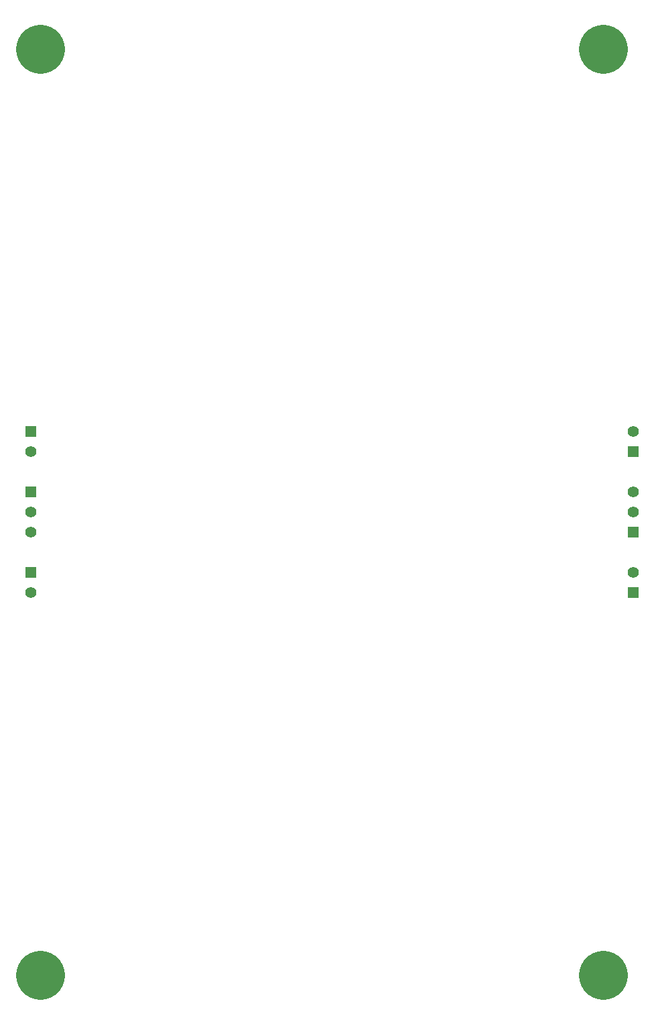
<source format=gbs>
G04 ( created by brdgerber.py ( brdgerber.py v0.1 2014-03-12 ) ) date 2020-10-08 04:24:01 EDT*
G04 Gerber Fmt 3.4, Leading zero omitted, Abs format*
%MOIN*%
%FSLAX34Y34*%
G01*
G70*
G90*
G04 APERTURE LIST*
%ADD11C,0.0550*%
%ADD12C,0.2440*%
%ADD10R,0.0550X0.0550*%
%ADD13R,0.0590X0.0354*%
%ADD14R,0.0629X0.0709*%
G04 APERTURE END LIST*
G54D11*
D10*
X01550Y-15000D03*
D11*
X01550Y-16000D03*
D10*
X31500Y-16000D03*
D11*
X31500Y-15000D03*
D12*
G01X02000Y-42000D02*
G01X02000Y-42000D01*
D10*
X31500Y-23000D03*
D11*
X31500Y-22000D03*
D10*
X31500Y-20000D03*
D11*
X31500Y-19000D03*
D11*
X31500Y-18000D03*
D10*
X01550Y-22000D03*
D11*
X01550Y-23000D03*
D10*
X01550Y-18000D03*
D11*
X01550Y-19000D03*
D11*
X01550Y-20000D03*
D12*
G01X30000Y04000D02*
G01X30000Y04000D01*
D12*
G01X30000Y-42000D02*
G01X30000Y-42000D01*
D12*
G01X02000Y04000D02*
G01X02000Y04000D01*
M02*

</source>
